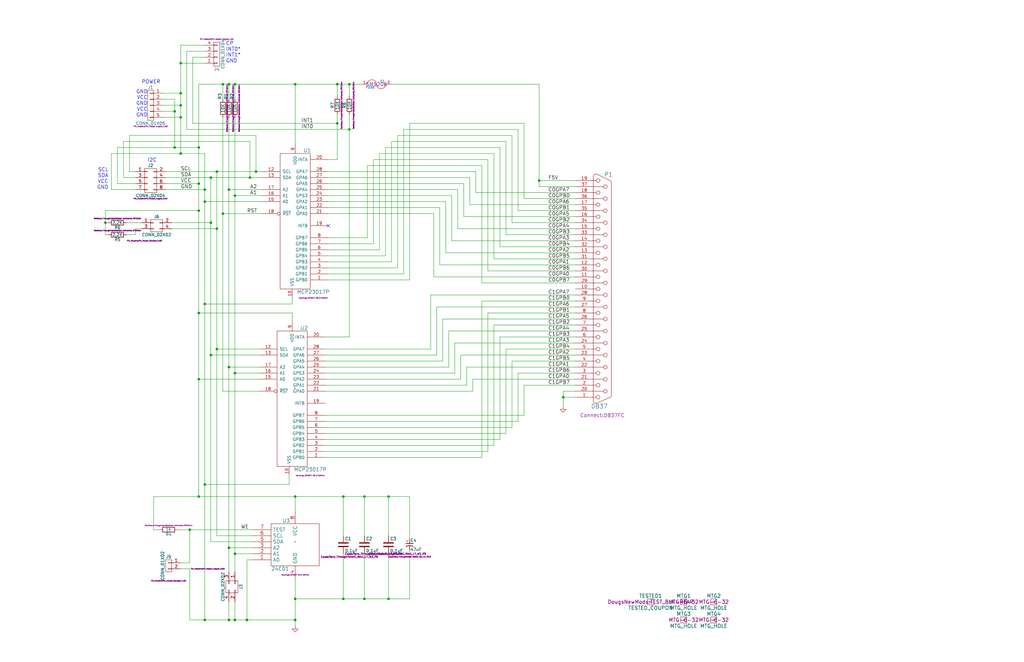
<source format=kicad_sch>
(kicad_sch (version 20211123) (generator eeschema)
  (paper "B")
  (title_block (title "16-CHANNEL DIGITAL I/O") (date "Thursday, May 14, 2015") (rev "X3") (company "land-boards.com"))
  (lib_symbols
    (symbol "Device:C" (pin_numbers hide) (pin_names (offset 0.254))
      (property "Reference" "C" (at 0.635 2.54 0))
      (property "Value" "C" (at 0.635 -2.54 0))
      (symbol "C_0_1"
        (polyline (pts (xy -2.032 -0.762) (xy 2.032 -0.762)) (stroke (width 0.508)))
        (polyline (pts (xy -2.032 0.762) (xy 2.032 0.762)) (stroke (width 0.508)))
      )
      (symbol "C_1_1"
        (pin passive line (at 0 3.81 270) (length 2.794) (name "~") (number "1"))
        (pin passive line (at 0 -3.81 90) (length 2.794) (name "~") (number "2"))
      )
    )
    (symbol "Device:CP1_Small" (pin_numbers hide) (pin_names (offset 0.254) hide)
      (property "Reference" "C" (at 0.254 1.778 0))
      (property "Value" "Device_CP1_Small" (at 0.254 -2.032 0))
      (symbol "CP1_Small_0_1"
        (polyline (pts (xy -1.524 0.508) (xy 1.524 0.508)) (stroke (width 0.3048)))
        (polyline (pts (xy -1.27 1.524) (xy -0.762 1.524)))
        (polyline (pts (xy -1.016 1.27) (xy -1.016 1.778)))
        (arc (start 1.524 -0.762) (mid 0 -0.3734) (end -1.524 -0.762) (stroke (width 0.3048)))
      )
      (symbol "CP1_Small_1_1"
        (pin passive line (at 0 2.54 270) (length 2.032) (name "~") (number "1"))
        (pin passive line (at 0 -2.54 90) (length 2.032) (name "~") (number "2"))
      )
    )
    (symbol "Device:R" (pin_numbers hide) (pin_names (offset 0))
      (property "Reference" "R" (at 2.032 0 90))
      (property "Value" "R" (at 0 0 90))
      (symbol "R_0_1"
        (rectangle (start -1.016 -2.54) (end 1.016 2.54) (stroke (width 0.254)))
      )
      (symbol "R_1_1"
        (pin passive line (at 0 3.81 270) (length 1.27) (name "~") (number "1"))
        (pin passive line (at 0 -3.81 90) (length 1.27) (name "~") (number "2"))
      )
    )
    (symbol "DigIO32-I2C-rescue:24C01" (pin_names (offset 0.762))
      (property "Reference" "U" (at 3.81 8.89 0))
      (property "Value" "24C01" (at 6.35 -11.43 0))
      (symbol "24C01_0_0"
        (pin power_in line (at 0 -15.24 90) (length 5.08) (name "GND") (number "4"))
        (pin power_in line (at 0 12.7 270) (length 5.08) (name "VCC") (number "8"))
      )
      (symbol "24C01_1_1"
        (rectangle (start -10.16 -10.16) (end 10.16 7.62))
        (pin input line (at 17.78 -7.62 180) (length 7.62) (name "A0") (number "1"))
        (pin input line (at 17.78 -5.08 180) (length 7.62) (name "A1") (number "2"))
        (pin input line (at 17.78 -2.54 180) (length 7.62) (name "A2") (number "3"))
        (pin bidirectional line (at 17.78 0 180) (length 7.62) (name "SDA") (number "5"))
        (pin input line (at 17.78 2.54 180) (length 7.62) (name "SCL") (number "6"))
        (pin input line (at 17.78 5.08 180) (length 7.62) (name "TEST") (number "7"))
      )
    )
    (symbol "DigIO32-I2C-rescue:CONN_01X02-conn" (pin_names (offset 1.016) hide)
      (property "Reference" "P" (at 0 3.81 0))
      (property "Value" "CONN_01X02-conn" (at 2.54 0 90))
      (symbol "CONN_01X02-conn_0_1"
        (rectangle (start -1.27 -1.143) (end 0.254 -1.397))
        (rectangle (start -1.27 1.397) (end 0.254 1.143))
        (rectangle (start -1.27 2.54) (end 1.27 -2.54))
      )
      (symbol "CONN_01X02-conn_1_1"
        (pin passive line (at -5.08 1.27 0) (length 3.81) (name "P1") (number "1"))
        (pin passive line (at -5.08 -1.27 0) (length 3.81) (name "P2") (number "2"))
      )
    )
    (symbol "DigIO32-I2C-rescue:CONN_01X04-conn" (pin_names (offset 1.016) hide)
      (property "Reference" "P" (at 0 6.35 0))
      (property "Value" "CONN_01X04-conn" (at 2.54 0 90))
      (symbol "CONN_01X04-conn_0_1"
        (rectangle (start -1.27 -3.683) (end 0.254 -3.937))
        (rectangle (start -1.27 -1.143) (end 0.254 -1.397))
        (rectangle (start -1.27 1.397) (end 0.254 1.143))
        (rectangle (start -1.27 3.937) (end 0.254 3.683))
        (rectangle (start -1.27 5.08) (end 1.27 -5.08))
      )
      (symbol "CONN_01X04-conn_1_1"
        (pin passive line (at -5.08 3.81 0) (length 3.81) (name "P1") (number "1"))
        (pin passive line (at -5.08 1.27 0) (length 3.81) (name "P2") (number "2"))
        (pin passive line (at -5.08 -1.27 0) (length 3.81) (name "P3") (number "3"))
        (pin passive line (at -5.08 -3.81 0) (length 3.81) (name "P4") (number "4"))
      )
    )
    (symbol "DigIO32-I2C-rescue:CONN_01X05-conn" (pin_names (offset 1.016) hide)
      (property "Reference" "P" (at 0 7.62 0))
      (property "Value" "CONN_01X05-conn" (at 2.54 0 90))
      (symbol "CONN_01X05-conn_0_1"
        (rectangle (start -1.27 -4.953) (end 0.254 -5.207))
        (rectangle (start -1.27 -2.413) (end 0.254 -2.667))
        (rectangle (start -1.27 0.127) (end 0.254 -0.127))
        (rectangle (start -1.27 2.667) (end 0.254 2.413))
        (rectangle (start -1.27 5.207) (end 0.254 4.953))
        (rectangle (start -1.27 6.35) (end 1.27 -6.35))
      )
      (symbol "CONN_01X05-conn_1_1"
        (pin passive line (at -5.08 5.08 0) (length 3.81) (name "P1") (number "1"))
        (pin passive line (at -5.08 2.54 0) (length 3.81) (name "P2") (number "2"))
        (pin passive line (at -5.08 0 0) (length 3.81) (name "P3") (number "3"))
        (pin passive line (at -5.08 -2.54 0) (length 3.81) (name "P4") (number "4"))
        (pin passive line (at -5.08 -5.08 0) (length 3.81) (name "P5") (number "5"))
      )
    )
    (symbol "DigIO32-I2C-rescue:CONN_02X02-conn" (pin_names (offset 0.0254) hide)
      (property "Reference" "P" (at 0 3.81 0))
      (property "Value" "CONN_02X02-conn" (at 0 -3.81 0))
      (symbol "CONN_02X02-conn_0_1"
        (rectangle (start -2.54 -1.143) (end -1.27 -1.397))
        (rectangle (start -2.54 1.397) (end -1.27 1.143))
        (rectangle (start -2.54 2.54) (end 2.54 -2.54))
        (rectangle (start 1.27 -1.143) (end 2.54 -1.397))
        (rectangle (start 1.27 1.397) (end 2.54 1.143))
      )
      (symbol "CONN_02X02-conn_1_1"
        (pin passive line (at -6.35 1.27 0) (length 3.81) (name "P1") (number "1"))
        (pin passive line (at 6.35 1.27 180) (length 3.81) (name "P2") (number "2"))
        (pin passive line (at -6.35 -1.27 0) (length 3.81) (name "P3") (number "3"))
        (pin passive line (at 6.35 -1.27 180) (length 3.81) (name "P4") (number "4"))
      )
    )
    (symbol "DigIO32-I2C-rescue:CONN_02X04-conn" (pin_names (offset 0.0254) hide)
      (property "Reference" "P" (at 0 6.35 0))
      (property "Value" "CONN_02X04-conn" (at 0 -6.35 0))
      (symbol "CONN_02X04-conn_0_1"
        (rectangle (start -2.54 -3.683) (end -1.27 -3.937))
        (rectangle (start -2.54 -1.143) (end -1.27 -1.397))
        (rectangle (start -2.54 1.397) (end -1.27 1.143))
        (rectangle (start -2.54 3.937) (end -1.27 3.683))
        (rectangle (start -2.54 5.08) (end 2.54 -5.08))
        (rectangle (start 1.27 -3.683) (end 2.54 -3.937))
        (rectangle (start 1.27 -1.143) (end 2.54 -1.397))
        (rectangle (start 1.27 1.397) (end 2.54 1.143))
        (rectangle (start 1.27 3.937) (end 2.54 3.683))
      )
      (symbol "CONN_02X04-conn_1_1"
        (pin passive line (at -6.35 3.81 0) (length 3.81) (name "P1") (number "1"))
        (pin passive line (at 6.35 3.81 180) (length 3.81) (name "P2") (number "2"))
        (pin passive line (at -6.35 1.27 0) (length 3.81) (name "P3") (number "3"))
        (pin passive line (at 6.35 1.27 180) (length 3.81) (name "P4") (number "4"))
        (pin passive line (at -6.35 -1.27 0) (length 3.81) (name "P5") (number "5"))
        (pin passive line (at 6.35 -1.27 180) (length 3.81) (name "P6") (number "6"))
        (pin passive line (at -6.35 -3.81 0) (length 3.81) (name "P7") (number "7"))
        (pin passive line (at 6.35 -3.81 180) (length 3.81) (name "P8") (number "8"))
      )
    )
    (symbol "DigIO32-I2C-rescue:DB37-conn" (pin_names (offset 1.016) hide)
      (property "Reference" "J" (at 2.54 48.26 0))
      (property "Value" "DB37-conn" (at -1.27 -49.53 0))
      (symbol "DB37-conn_0_1"
        (arc (start -3.81 -47.244) (mid -3.3824 -48.0053) (end -2.54 -48.2346))
        (arc (start -2.54 48.514) (mid -3.3939 48.2797) (end -3.81 47.498))
        (circle (center -1.778 -45.72) (radius 0.762))
        (circle (center -1.778 -40.64) (radius 0.762))
        (circle (center -1.778 -35.56) (radius 0.762))
        (circle (center -1.778 -30.48) (radius 0.762))
        (circle (center -1.778 -25.4) (radius 0.762))
        (circle (center -1.778 -20.32) (radius 0.762))
        (circle (center -1.778 -15.24) (radius 0.762))
        (circle (center -1.778 -10.16) (radius 0.762))
        (circle (center -1.778 -5.08) (radius 0.762))
        (circle (center -1.778 0) (radius 0.762))
        (circle (center -1.778 5.08) (radius 0.762))
        (circle (center -1.778 10.16) (radius 0.762))
        (circle (center -1.778 15.24) (radius 0.762))
        (circle (center -1.778 20.32) (radius 0.762))
        (circle (center -1.778 25.4) (radius 0.762))
        (circle (center -1.778 30.48) (radius 0.762))
        (circle (center -1.778 35.56) (radius 0.762))
        (circle (center -1.778 40.64) (radius 0.762))
        (circle (center -1.778 45.72) (radius 0.762))
        (polyline (pts (xy -3.81 -45.72) (xy -2.54 -45.72)))
        (polyline (pts (xy -3.81 -43.18) (xy 0.508 -43.18)))
        (polyline (pts (xy -3.81 -40.64) (xy -2.54 -40.64)))
        (polyline (pts (xy -3.81 -38.1) (xy 0.508 -38.1)))
        (polyline (pts (xy -3.81 -35.56) (xy -2.54 -35.56)))
        (polyline (pts (xy -3.81 -33.02) (xy 0.508 -33.02)))
        (polyline (pts (xy -3.81 -30.48) (xy -2.54 -30.48)))
        (polyline (pts (xy -3.81 -27.94) (xy 0.508 -27.94)))
        (polyline (pts (xy -3.81 -25.4) (xy -2.54 -25.4)))
        (polyline (pts (xy -3.81 -22.86) (xy 0.508 -22.86)))
        (polyline (pts (xy -3.81 -20.32) (xy -2.54 -20.32)))
        (polyline (pts (xy -3.81 -17.78) (xy 0.508 -17.78)))
        (polyline (pts (xy -3.81 -15.24) (xy -2.54 -15.24)))
        (polyline (pts (xy -3.81 -12.7) (xy 0.508 -12.7)))
        (polyline (pts (xy -3.81 -10.16) (xy -2.54 -10.16)))
        (polyline (pts (xy -3.81 -7.62) (xy 0.508 -7.62)))
        (polyline (pts (xy -3.81 -5.08) (xy -2.54 -5.08)))
        (polyline (pts (xy -3.81 -2.54) (xy 0.508 -2.54)))
        (polyline (pts (xy -3.81 0) (xy -2.54 0)))
        (polyline (pts (xy -3.81 2.54) (xy 0.508 2.54)))
        (polyline (pts (xy -3.81 5.08) (xy -2.54 5.08)))
        (polyline (pts (xy -3.81 7.62) (xy 0.508 7.62)))
        (polyline (pts (xy -3.81 10.16) (xy -2.54 10.16)))
        (polyline (pts (xy -3.81 12.7) (xy 0.508 12.7)))
        (polyline (pts (xy -3.81 15.24) (xy -2.54 15.24)))
        (polyline (pts (xy -3.81 17.78) (xy 0.508 17.78)))
        (polyline (pts (xy -3.81 20.32) (xy -2.54 20.32)))
        (polyline (pts (xy -3.81 22.86) (xy 0.508 22.86)))
        (polyline (pts (xy -3.81 25.4) (xy -2.54 25.4)))
        (polyline (pts (xy -3.81 27.94) (xy 0.508 27.94)))
        (polyline (pts (xy -3.81 30.48) (xy -2.54 30.48)))
        (polyline (pts (xy -3.81 33.02) (xy 0.508 33.02)))
        (polyline (pts (xy -3.81 35.56) (xy -2.54 35.56)))
        (polyline (pts (xy -3.81 38.1) (xy 0.508 38.1)))
        (polyline (pts (xy -3.81 40.64) (xy -2.54 40.64)))
        (polyline (pts (xy -3.81 43.18) (xy 0.508 43.18)))
        (polyline (pts (xy -3.81 45.72) (xy -2.54 45.72)))
        (polyline (pts (xy -3.81 47.498) (xy -3.81 -47.2186)))
        (polyline (pts (xy -2.54 -48.26) (xy 3.302 -45.72)))
        (polyline (pts (xy -2.54 48.514) (xy 3.302 45.72)))
        (polyline (pts (xy 3.81 -44.958) (xy 3.81 44.958)))
        (circle (center 1.27 -43.18) (radius 0.762))
        (circle (center 1.27 -38.1) (radius 0.762))
        (circle (center 1.27 -33.02) (radius 0.762))
        (circle (center 1.27 -27.94) (radius 0.762))
        (circle (center 1.27 -22.86) (radius 0.762))
        (circle (center 1.27 -17.78) (radius 0.762))
        (circle (center 1.27 -12.7) (radius 0.762))
        (circle (center 1.27 -7.62) (radius 0.762))
        (circle (center 1.27 -2.54) (radius 0.762))
        (circle (center 1.27 2.54) (radius 0.762))
        (circle (center 1.27 7.62) (radius 0.762))
        (circle (center 1.27 12.7) (radius 0.762))
        (circle (center 1.27 17.78) (radius 0.762))
        (circle (center 1.27 22.86) (radius 0.762))
        (circle (center 1.27 27.94) (radius 0.762))
        (circle (center 1.27 33.02) (radius 0.762))
        (circle (center 1.27 38.1) (radius 0.762))
        (circle (center 1.27 43.18) (radius 0.762))
        (arc (start 3.302 -45.72) (mid 3.664 -45.411) (end 3.81 -44.958))
        (arc (start 3.7846 44.958) (mid 3.6544 45.3991) (end 3.302 45.6946))
      )
      (symbol "DB37-conn_1_1"
        (pin passive line (at -11.43 -45.72 0) (length 7.62) (name "1") (number "1"))
        (pin passive line (at -11.43 0 0) (length 7.62) (name "10") (number "10"))
        (pin passive line (at -11.43 5.08 0) (length 7.62) (name "11") (number "11"))
        (pin passive line (at -11.43 10.16 0) (length 7.62) (name "12") (number "12"))
        (pin passive line (at -11.43 15.24 0) (length 7.62) (name "13") (number "13"))
        (pin passive line (at -11.43 20.32 0) (length 7.62) (name "14") (number "14"))
        (pin passive line (at -11.43 25.4 0) (length 7.62) (name "15") (number "15"))
        (pin passive line (at -11.43 30.48 0) (length 7.62) (name "16") (number "16"))
        (pin passive line (at -11.43 35.56 0) (length 7.62) (name "17") (number "17"))
        (pin passive line (at -11.43 40.64 0) (length 7.62) (name "18") (number "18"))
        (pin passive line (at -11.43 45.72 0) (length 7.62) (name "19") (number "19"))
        (pin passive line (at -11.43 -40.64 0) (length 7.62) (name "2") (number "2"))
        (pin passive line (at -11.43 -43.18 0) (length 7.62) (name "20") (number "20"))
        (pin passive line (at -11.43 -38.1 0) (length 7.62) (name "21") (number "21"))
        (pin passive line (at -11.43 -33.02 0) (length 7.62) (name "22") (number "22"))
        (pin passive line (at -11.43 -27.94 0) (length 7.62) (name "23") (number "23"))
        (pin passive line (at -11.43 -22.86 0) (length 7.62) (name "24") (number "24"))
        (pin passive line (at -11.43 -17.78 0) (length 7.62) (name "25") (number "25"))
        (pin passive line (at -11.43 -12.7 0) (length 7.62) (name "26") (number "26"))
        (pin passive line (at -11.43 -7.62 0) (length 7.62) (name "27") (number "27"))
        (pin passive line (at -11.43 -2.54 0) (length 7.62) (name "28") (number "28"))
        (pin passive line (at -11.43 2.54 0) (length 7.62) (name "29") (number "29"))
        (pin passive line (at -11.43 -35.56 0) (length 7.62) (name "3") (number "3"))
        (pin passive line (at -11.43 7.62 0) (length 7.62) (name "30") (number "30"))
        (pin passive line (at -11.43 12.7 0) (length 7.62) (name "31") (number "31"))
        (pin passive line (at -11.43 17.78 0) (length 7.62) (name "32") (number "32"))
        (pin passive line (at -11.43 22.86 0) (length 7.62) (name "33") (number "33"))
        (pin passive line (at -11.43 27.94 0) (length 7.62) (name "34") (number "34"))
        (pin passive line (at -11.43 33.02 0) (length 7.62) (name "35") (number "35"))
        (pin passive line (at -11.43 38.1 0) (length 7.62) (name "36") (number "36"))
        (pin passive line (at -11.43 43.18 0) (length 7.62) (name "37") (number "37"))
        (pin passive line (at -11.43 -30.48 0) (length 7.62) (name "4") (number "4"))
        (pin passive line (at -11.43 -25.4 0) (length 7.62) (name "5") (number "5"))
        (pin passive line (at -11.43 -20.32 0) (length 7.62) (name "6") (number "6"))
        (pin passive line (at -11.43 -15.24 0) (length 7.62) (name "7") (number "7"))
        (pin passive line (at -11.43 -10.16 0) (length 7.62) (name "8") (number "8"))
        (pin passive line (at -11.43 -5.08 0) (length 7.62) (name "9") (number "9"))
      )
    )
    (symbol "DigIO32-I2C-rescue:FUSE" (pin_names (offset 0.254))
      (property "Reference" "F" (at 2.54 1.27 0))
      (property "Value" "FUSE" (at -2.54 -1.27 0))
      (symbol "FUSE_0_1"
        (arc (start 0 0) (mid -1.905 1.905) (end -3.81 0))
        (arc (start 0 0) (mid 1.905 -1.905) (end 3.81 0))
      )
      (symbol "FUSE_1_1"
        (pin input line (at -6.35 0 0) (length 2.54) (name "~") (number "1"))
        (pin input line (at 6.35 0 180) (length 2.54) (name "~") (number "2"))
      )
    )
    (symbol "DigIO32-I2C-rescue:MCP23017P" (pin_names (offset 1.016))
      (property "Reference" "U" (at 3.81 25.4 0))
      (property "Value" "MCP23017P" (at 6.35 -34.29 0))
      (symbol "MCP23017P_0_1"
        (rectangle (start -7.62 -33.02) (end 5.08 24.13))
      )
      (symbol "MCP23017P_1_1"
        (pin bidirectional line (at 12.7 -29.21 180) (length 7.62) (name "GPB0") (number "1"))
        (pin power_in line (at -2.54 -36.83 90) (length 3.81) (name "VSS") (number "10"))
        (pin input line (at -15.24 16.51 0) (length 7.62) (name "SCL") (number "12"))
        (pin input line (at -15.24 13.97 0) (length 7.62) (name "SDA") (number "13"))
        (pin input line (at -15.24 3.81 0) (length 7.62) (name "A0") (number "15"))
        (pin input line (at -15.24 6.35 0) (length 7.62) (name "A1") (number "16"))
        (pin input line (at -15.24 8.89 0) (length 7.62) (name "A2") (number "17"))
        (pin input inverted (at -15.24 -1.27 0) (length 7.62) (name "~{RST}") (number "18"))
        (pin output line (at 12.7 -6.35 180) (length 7.62) (name "INTB") (number "19"))
        (pin bidirectional line (at 12.7 -26.67 180) (length 7.62) (name "GPB1") (number "2"))
        (pin output line (at 12.7 21.59 180) (length 7.62) (name "INTA") (number "20"))
        (pin bidirectional line (at 12.7 -1.27 180) (length 7.62) (name "GPA0") (number "21"))
        (pin bidirectional line (at 12.7 1.27 180) (length 7.62) (name "GPA1") (number "22"))
        (pin bidirectional line (at 12.7 3.81 180) (length 7.62) (name "GPA2") (number "23"))
        (pin bidirectional line (at 12.7 6.35 180) (length 7.62) (name "GPS3") (number "24"))
        (pin bidirectional line (at 12.7 8.89 180) (length 7.62) (name "GPA4") (number "25"))
        (pin bidirectional line (at 12.7 11.43 180) (length 7.62) (name "GPA5") (number "26"))
        (pin bidirectional line (at 12.7 13.97 180) (length 7.62) (name "GPA6") (number "27"))
        (pin bidirectional line (at 12.7 16.51 180) (length 7.62) (name "GPA7") (number "28"))
        (pin bidirectional line (at 12.7 -24.13 180) (length 7.62) (name "GPB2") (number "3"))
        (pin bidirectional line (at 12.7 -21.59 180) (length 7.62) (name "GPB3") (number "4"))
        (pin bidirectional line (at 12.7 -19.05 180) (length 7.62) (name "GPB4") (number "5"))
        (pin bidirectional line (at 12.7 -16.51 180) (length 7.62) (name "GPB5") (number "6"))
        (pin bidirectional line (at 12.7 -13.97 180) (length 7.62) (name "GPB6") (number "7"))
        (pin bidirectional line (at 12.7 -11.43 180) (length 7.62) (name "GPB7") (number "8"))
        (pin power_in line (at -1.27 27.94 270) (length 3.81) (name "VDD") (number "9"))
      )
    )
    (symbol "DigIO32-I2C-rescue:MTG_HOLE" (pin_names (offset 1.016))
      (property "Reference" "MTG?" (at 0 2.54 0))
      (property "Value" "MTG_HOLE" (at 0 -2.54 0))
      (symbol "MTG_HOLE_0_1"
        (rectangle (start -1.27 -1.27) (end 1.27 -1.27))
        (rectangle (start -1.27 1.27) (end -1.27 -1.27))
        (rectangle (start 1.27 1.27) (end -1.27 1.27))
        (rectangle (start 1.27 1.27) (end 1.27 -1.27))
      )
    )
    (symbol "power:GND" (power) (pin_names (offset 0))
      (property "Value" "GND" (at 0 -3.81 0))
      (symbol "GND_0_1"
        (polyline (pts (xy 0 0) (xy 0 -1.27) (xy 1.27 -1.27) (xy 0 -2.54) (xy -1.27 -1.27) (xy 0 -1.27)))
      )
      (symbol "GND_1_1"
        (pin power_in line (at 0 0 270) (length 0) hide (name "GND") (number "1"))
      )
    )
  )
  (junction (at 91.44 96.52))
  (junction (at 237.49 167.64))
  (junction (at 83.82 88.9))
  (junction (at 99.06 157.48))
  (junction (at 76.2 49.53))
  (junction (at 153.67 252.73))
  (junction (at 96.52 231.14))
  (junction (at 91.44 72.39))
  (junction (at 99.06 35.56))
  (junction (at 83.82 62.23))
  (junction (at 88.9 93.98))
  (junction (at 104.14 261.62))
  (junction (at 96.52 261.62))
  (junction (at 86.36 261.62))
  (junction (at 147.32 35.56))
  (junction (at 88.9 149.86))
  (junction (at 96.52 154.94))
  (junction (at 96.52 35.56))
  (junction (at 44.45 93.98))
  (junction (at 83.82 77.47))
  (junction (at 88.9 74.93))
  (junction (at 83.82 132.08))
  (junction (at 144.78 209.55))
  (junction (at 124.46 252.73))
  (junction (at 124.46 209.55))
  (junction (at 124.46 261.62))
  (junction (at 142.24 35.56))
  (junction (at 99.06 82.55))
  (junction (at 99.06 233.68))
  (junction (at 227.33 76.2))
  (junction (at 153.67 209.55))
  (junction (at 80.01 223.52))
  (junction (at 73.66 62.23))
  (junction (at 91.44 147.32))
  (junction (at 96.52 80.01))
  (junction (at 76.2 26.67))
  (junction (at 124.46 35.56))
  (junction (at 93.98 90.17))
  (junction (at 147.32 54.61))
  (junction (at 144.78 252.73))
  (junction (at 83.82 160.02))
  (junction (at 105.41 74.93))
  (junction (at 86.36 204.47))
  (junction (at 76.2 64.77))
  (junction (at 99.06 261.62))
  (junction (at 76.2 44.45))
  (junction (at 163.83 252.73))
  (junction (at 86.36 80.01))
  (junction (at 93.98 35.56))
  (junction (at 142.24 52.07))
  (junction (at 86.36 128.27))
  (junction (at 76.2 39.37))
  (junction (at 163.83 209.55))
  (junction (at 83.82 209.55))
  (junction (at 86.36 85.09))
  (junction (at 73.66 46.99))
  (junction (at 107.95 72.39))
  (no_connect (at 138.43 95.25))
  (wire (pts (xy 76.2 44.45) (xy 76.2 49.53)))
  (wire (pts (xy 189.23 139.7) (xy 242.57 139.7)))
  (wire (pts (xy 242.57 167.64) (xy 237.49 167.64)))
  (wire (pts (xy 167.64 57.15) (xy 215.9 57.15)))
  (wire (pts (xy 124.46 209.55) (xy 124.46 215.9)))
  (wire (pts (xy 138.43 100.33) (xy 154.94 100.33)))
  (wire (pts (xy 76.2 64.77) (xy 86.36 64.77)))
  (wire (pts (xy 220.98 162.56) (xy 242.57 162.56)))
  (wire (pts (xy 86.36 19.05) (xy 76.2 19.05)))
  (wire (pts (xy 99.06 41.91) (xy 99.06 35.56)))
  (wire (pts (xy 172.72 52.07) (xy 220.98 52.07)))
  (wire (pts (xy 138.43 102.87) (xy 157.48 102.87)))
  (wire (pts (xy 167.64 113.03) (xy 167.64 57.15)))
  (wire (pts (xy 190.5 101.6) (xy 190.5 82.55)))
  (wire (pts (xy 49.53 62.23) (xy 73.66 62.23)))
  (wire (pts (xy 88.9 93.98) (xy 88.9 149.86)))
  (wire (pts (xy 105.41 59.69) (xy 105.41 74.93)))
  (wire (pts (xy 200.66 72.39) (xy 200.66 81.28)))
  (wire (pts (xy 138.43 105.41) (xy 160.02 105.41)))
  (wire (pts (xy 99.06 233.68) (xy 99.06 241.3)))
  (wire (pts (xy 203.2 119.38) (xy 242.57 119.38)))
  (wire (pts (xy 195.58 91.44) (xy 242.57 91.44)))
  (wire (pts (xy 124.46 209.55) (xy 144.78 209.55)))
  (wire (pts (xy 99.06 35.56) (xy 124.46 35.56)))
  (wire (pts (xy 210.82 142.24) (xy 242.57 142.24)))
  (wire (pts (xy 186.69 134.62) (xy 242.57 134.62)))
  (wire (pts (xy 69.85 72.39) (xy 91.44 72.39)))
  (wire (pts (xy 137.16 187.96) (xy 208.28 187.96)))
  (wire (pts (xy 78.74 54.61) (xy 147.32 54.61)))
  (wire (pts (xy 138.43 72.39) (xy 200.66 72.39)))
  (wire (pts (xy 76.2 39.37) (xy 76.2 44.45)))
  (wire (pts (xy 195.58 77.47) (xy 195.58 91.44)))
  (wire (pts (xy 73.66 62.23) (xy 83.82 62.23)))
  (wire (pts (xy 160.02 105.41) (xy 160.02 64.77)))
  (wire (pts (xy 187.96 85.09) (xy 138.43 85.09)))
  (wire (pts (xy 186.69 152.4) (xy 186.69 134.62)))
  (wire (pts (xy 147.32 35.56) (xy 147.32 40.64)))
  (wire (pts (xy 124.46 35.56) (xy 124.46 60.96)))
  (wire (pts (xy 45.72 93.98) (xy 44.45 93.98)))
  (wire (pts (xy 162.56 62.23) (xy 210.82 62.23)))
  (wire (pts (xy 57.15 96.52) (xy 57.15 99.06)))
  (wire (pts (xy 144.78 233.68) (xy 144.78 252.73)))
  (wire (pts (xy 218.44 54.61) (xy 218.44 88.9)))
  (wire (pts (xy 88.9 74.93) (xy 105.41 74.93)))
  (wire (pts (xy 93.98 49.53) (xy 93.98 90.17)))
  (wire (pts (xy 83.82 62.23) (xy 83.82 77.47)))
  (wire (pts (xy 203.2 127) (xy 242.57 127)))
  (wire (pts (xy 78.74 21.59) (xy 86.36 21.59)))
  (wire (pts (xy 172.72 252.73) (xy 172.72 232.41)))
  (wire (pts (xy 54.61 57.15) (xy 107.95 57.15)))
  (wire (pts (xy 83.82 88.9) (xy 83.82 132.08)))
  (wire (pts (xy 59.69 96.52) (xy 57.15 96.52)))
  (wire (pts (xy 68.58 44.45) (xy 76.2 44.45)))
  (wire (pts (xy 73.66 41.91) (xy 73.66 46.99)))
  (wire (pts (xy 138.43 80.01) (xy 193.04 80.01)))
  (wire (pts (xy 46.99 64.77) (xy 46.99 80.01)))
  (wire (pts (xy 215.9 93.98) (xy 242.57 93.98)))
  (wire (pts (xy 227.33 78.74) (xy 242.57 78.74)))
  (wire (pts (xy 83.82 209.55) (xy 124.46 209.55)))
  (wire (pts (xy 242.57 76.2) (xy 227.33 76.2)))
  (wire (pts (xy 52.07 59.69) (xy 105.41 59.69)))
  (wire (pts (xy 191.77 157.48) (xy 191.77 144.78)))
  (wire (pts (xy 137.16 154.94) (xy 189.23 154.94)))
  (wire (pts (xy 93.98 35.56) (xy 96.52 35.56)))
  (wire (pts (xy 220.98 175.26) (xy 220.98 162.56)))
  (wire (pts (xy 142.24 67.31) (xy 138.43 67.31)))
  (wire (pts (xy 81.28 24.13) (xy 86.36 24.13)))
  (wire (pts (xy 203.2 69.85) (xy 203.2 119.38)))
  (wire (pts (xy 218.44 157.48) (xy 242.57 157.48)))
  (wire (pts (xy 105.41 74.93) (xy 110.49 74.93)))
  (wire (pts (xy 86.36 26.67) (xy 76.2 26.67)))
  (wire (pts (xy 242.57 106.68) (xy 187.96 106.68)))
  (wire (pts (xy 160.02 64.77) (xy 208.28 64.77)))
  (wire (pts (xy 46.99 80.01) (xy 57.15 80.01)))
  (wire (pts (xy 109.22 149.86) (xy 88.9 149.86)))
  (wire (pts (xy 137.16 185.42) (xy 210.82 185.42)))
  (wire (pts (xy 137.16 152.4) (xy 186.69 152.4)))
  (wire (pts (xy 74.93 223.52) (xy 80.01 223.52)))
  (wire (pts (xy 57.15 99.06) (xy 53.34 99.06)))
  (wire (pts (xy 124.46 35.56) (xy 142.24 35.56)))
  (wire (pts (xy 147.32 142.24) (xy 137.16 142.24)))
  (wire (pts (xy 124.46 261.62) (xy 124.46 264.16)))
  (wire (pts (xy 44.45 99.06) (xy 45.72 99.06)))
  (wire (pts (xy 83.82 35.56) (xy 93.98 35.56)))
  (wire (pts (xy 93.98 41.91) (xy 93.98 35.56)))
  (wire (pts (xy 83.82 160.02) (xy 83.82 209.55)))
  (wire (pts (xy 104.14 236.22) (xy 104.14 261.62)))
  (wire (pts (xy 96.52 261.62) (xy 96.52 254)))
  (wire (pts (xy 107.95 57.15) (xy 107.95 72.39)))
  (wire (pts (xy 76.2 26.67) (xy 76.2 39.37)))
  (wire (pts (xy 194.31 160.02) (xy 194.31 149.86)))
  (wire (pts (xy 124.46 252.73) (xy 124.46 261.62)))
  (wire (pts (xy 237.49 167.64) (xy 237.49 171.45)))
  (wire (pts (xy 73.66 46.99) (xy 73.66 62.23)))
  (wire (pts (xy 99.06 82.55) (xy 99.06 157.48)))
  (wire (pts (xy 96.52 35.56) (xy 99.06 35.56)))
  (wire (pts (xy 81.28 52.07) (xy 81.28 24.13)))
  (wire (pts (xy 96.52 231.14) (xy 96.52 241.3)))
  (wire (pts (xy 99.06 261.62) (xy 104.14 261.62)))
  (wire (pts (xy 99.06 261.62) (xy 99.06 254)))
  (wire (pts (xy 96.52 154.94) (xy 96.52 231.14)))
  (wire (pts (xy 137.16 162.56) (xy 196.85 162.56)))
  (wire (pts (xy 96.52 41.91) (xy 96.52 35.56)))
  (wire (pts (xy 163.83 209.55) (xy 172.72 209.55)))
  (wire (pts (xy 190.5 82.55) (xy 138.43 82.55)))
  (wire (pts (xy 137.16 190.5) (xy 205.74 190.5)))
  (wire (pts (xy 123.19 128.27) (xy 86.36 128.27)))
  (wire (pts (xy 181.61 147.32) (xy 181.61 124.46)))
  (wire (pts (xy 165.1 35.56) (xy 227.33 35.56)))
  (wire (pts (xy 181.61 124.46) (xy 242.57 124.46)))
  (wire (pts (xy 138.43 118.11) (xy 172.72 118.11)))
  (wire (pts (xy 81.28 52.07) (xy 142.24 52.07)))
  (wire (pts (xy 138.43 87.63) (xy 185.42 87.63)))
  (wire (pts (xy 137.16 157.48) (xy 191.77 157.48)))
  (wire (pts (xy 220.98 52.07) (xy 220.98 83.82)))
  (wire (pts (xy 54.61 57.15) (xy 54.61 72.39)))
  (wire (pts (xy 208.28 137.16) (xy 242.57 137.16)))
  (wire (pts (xy 88.9 228.6) (xy 106.68 228.6)))
  (wire (pts (xy 172.72 209.55) (xy 172.72 227.33)))
  (wire (pts (xy 138.43 107.95) (xy 162.56 107.95)))
  (wire (pts (xy 83.82 77.47) (xy 83.82 88.9)))
  (wire (pts (xy 213.36 147.32) (xy 242.57 147.32)))
  (wire (pts (xy 185.42 111.76) (xy 242.57 111.76)))
  (wire (pts (xy 153.67 209.55) (xy 153.67 226.06)))
  (wire (pts (xy 64.77 209.55) (xy 83.82 209.55)))
  (wire (pts (xy 198.12 86.36) (xy 242.57 86.36)))
  (wire (pts (xy 99.06 157.48) (xy 99.06 233.68)))
  (wire (pts (xy 144.78 209.55) (xy 153.67 209.55)))
  (wire (pts (xy 69.85 74.93) (xy 88.9 74.93)))
  (wire (pts (xy 157.48 67.31) (xy 205.74 67.31)))
  (wire (pts (xy 86.36 64.77) (xy 86.36 80.01)))
  (wire (pts (xy 49.53 62.23) (xy 49.53 77.47)))
  (wire (pts (xy 153.67 252.73) (xy 163.83 252.73)))
  (wire (pts (xy 93.98 90.17) (xy 93.98 165.1)))
  (wire (pts (xy 80.01 240.03) (xy 80.01 261.62)))
  (wire (pts (xy 165.1 59.69) (xy 213.36 59.69)))
  (wire (pts (xy 138.43 110.49) (xy 165.1 110.49)))
  (wire (pts (xy 91.44 226.06) (xy 106.68 226.06)))
  (wire (pts (xy 91.44 72.39) (xy 107.95 72.39)))
  (wire (pts (xy 193.04 80.01) (xy 193.04 96.52)))
  (wire (pts (xy 142.24 35.56) (xy 147.32 35.56)))
  (wire (pts (xy 93.98 90.17) (xy 110.49 90.17)))
  (wire (pts (xy 49.53 77.47) (xy 57.15 77.47)))
  (wire (pts (xy 184.15 129.54) (xy 242.57 129.54)))
  (wire (pts (xy 215.9 152.4) (xy 242.57 152.4)))
  (wire (pts (xy 215.9 180.34) (xy 215.9 152.4)))
  (wire (pts (xy 184.15 149.86) (xy 184.15 129.54)))
  (wire (pts (xy 137.16 177.8) (xy 218.44 177.8)))
  (wire (pts (xy 72.39 96.52) (xy 91.44 96.52)))
  (wire (pts (xy 142.24 35.56) (xy 142.24 40.64)))
  (wire (pts (xy 52.07 59.69) (xy 52.07 74.93)))
  (wire (pts (xy 147.32 35.56) (xy 152.4 35.56)))
  (wire (pts (xy 86.36 80.01) (xy 86.36 85.09)))
  (wire (pts (xy 121.92 204.47) (xy 86.36 204.47)))
  (wire (pts (xy 205.74 190.5) (xy 205.74 132.08)))
  (wire (pts (xy 109.22 160.02) (xy 83.82 160.02)))
  (wire (pts (xy 200.66 81.28) (xy 242.57 81.28)))
  (wire (pts (xy 147.32 48.26) (xy 147.32 54.61)))
  (wire (pts (xy 220.98 83.82) (xy 242.57 83.82)))
  (wire (pts (xy 213.36 182.88) (xy 213.36 147.32)))
  (wire (pts (xy 99.06 49.53) (xy 99.06 82.55)))
  (wire (pts (xy 96.52 261.62) (xy 99.06 261.62)))
  (wire (pts (xy 199.39 160.02) (xy 242.57 160.02)))
  (wire (pts (xy 80.01 223.52) (xy 80.01 237.49)))
  (wire (pts (xy 147.32 54.61) (xy 147.32 142.24)))
  (wire (pts (xy 83.82 132.08) (xy 83.82 160.02)))
  (wire (pts (xy 162.56 107.95) (xy 162.56 62.23)))
  (wire (pts (xy 137.16 175.26) (xy 220.98 175.26)))
  (wire (pts (xy 142.24 48.26) (xy 142.24 52.07)))
  (wire (pts (xy 106.68 231.14) (xy 96.52 231.14)))
  (wire (pts (xy 123.19 132.08) (xy 83.82 132.08)))
  (wire (pts (xy 91.44 72.39) (xy 91.44 96.52)))
  (wire (pts (xy 123.19 125.73) (xy 123.19 128.27)))
  (wire (pts (xy 44.45 88.9) (xy 83.82 88.9)))
  (wire (pts (xy 213.36 59.69) (xy 213.36 99.06)))
  (wire (pts (xy 91.44 96.52) (xy 91.44 147.32)))
  (wire (pts (xy 153.67 209.55) (xy 163.83 209.55)))
  (wire (pts (xy 124.46 243.84) (xy 124.46 252.73)))
  (wire (pts (xy 109.22 147.32) (xy 91.44 147.32)))
  (wire (pts (xy 170.18 54.61) (xy 218.44 54.61)))
  (wire (pts (xy 76.2 49.53) (xy 76.2 64.77)))
  (wire (pts (xy 137.16 165.1) (xy 199.39 165.1)))
  (wire (pts (xy 109.22 154.94) (xy 96.52 154.94)))
  (wire (pts (xy 67.31 223.52) (xy 64.77 223.52)))
  (wire (pts (xy 185.42 87.63) (xy 185.42 111.76)))
  (wire (pts (xy 54.61 72.39) (xy 57.15 72.39)))
  (wire (pts (xy 208.28 64.77) (xy 208.28 109.22)))
  (wire (pts (xy 88.9 149.86) (xy 88.9 228.6)))
  (wire (pts (xy 196.85 154.94) (xy 242.57 154.94)))
  (wire (pts (xy 124.46 252.73) (xy 144.78 252.73)))
  (wire (pts (xy 91.44 147.32) (xy 91.44 226.06)))
  (wire (pts (xy 182.88 116.84) (xy 242.57 116.84)))
  (wire (pts (xy 86.36 261.62) (xy 96.52 261.62)))
  (wire (pts (xy 154.94 69.85) (xy 203.2 69.85)))
  (wire (pts (xy 227.33 35.56) (xy 227.33 76.2)))
  (wire (pts (xy 237.49 165.1) (xy 237.49 167.64)))
  (wire (pts (xy 68.58 46.99) (xy 73.66 46.99)))
  (wire (pts (xy 154.94 100.33) (xy 154.94 69.85)))
  (wire (pts (xy 99.06 82.55) (xy 110.49 82.55)))
  (wire (pts (xy 53.34 93.98) (xy 59.69 93.98)))
  (wire (pts (xy 191.77 144.78) (xy 242.57 144.78)))
  (wire (pts (xy 80.01 237.49) (xy 76.2 237.49)))
  (wire (pts (xy 88.9 74.93) (xy 88.9 93.98)))
  (wire (pts (xy 76.2 240.03) (xy 80.01 240.03)))
  (wire (pts (xy 96.52 80.01) (xy 96.52 154.94)))
  (wire (pts (xy 110.49 85.09) (xy 86.36 85.09)))
  (wire (pts (xy 138.43 115.57) (xy 170.18 115.57)))
  (wire (pts (xy 138.43 90.17) (xy 182.88 90.17)))
  (wire (pts (xy 170.18 115.57) (xy 170.18 54.61)))
  (wire (pts (xy 144.78 252.73) (xy 153.67 252.73)))
  (wire (pts (xy 86.36 85.09) (xy 86.36 128.27)))
  (wire (pts (xy 242.57 165.1) (xy 237.49 165.1)))
  (wire (pts (xy 93.98 165.1) (xy 109.22 165.1)))
  (wire (pts (xy 76.2 19.05) (xy 76.2 26.67)))
  (wire (pts (xy 208.28 109.22) (xy 242.57 109.22)))
  (wire (pts (xy 44.45 88.9) (xy 44.45 93.98)))
  (wire (pts (xy 109.22 157.48) (xy 99.06 157.48)))
  (wire (pts (xy 227.33 76.2) (xy 227.33 78.74)))
  (wire (pts (xy 137.16 193.04) (xy 203.2 193.04)))
  (wire (pts (xy 72.39 93.98) (xy 88.9 93.98)))
  (wire (pts (xy 142.24 52.07) (xy 142.24 67.31)))
  (wire (pts (xy 104.14 261.62) (xy 124.46 261.62)))
  (wire (pts (xy 208.28 187.96) (xy 208.28 137.16)))
  (wire (pts (xy 46.99 64.77) (xy 76.2 64.77)))
  (wire (pts (xy 210.82 104.14) (xy 242.57 104.14)))
  (wire (pts (xy 205.74 114.3) (xy 242.57 114.3)))
  (wire (pts (xy 68.58 39.37) (xy 76.2 39.37)))
  (wire (pts (xy 80.01 261.62) (xy 86.36 261.62)))
  (wire (pts (xy 137.16 149.86) (xy 184.15 149.86)))
  (wire (pts (xy 96.52 49.53) (xy 96.52 80.01)))
  (wire (pts (xy 107.95 72.39) (xy 110.49 72.39)))
  (wire (pts (xy 196.85 162.56) (xy 196.85 154.94)))
  (wire (pts (xy 83.82 35.56) (xy 83.82 62.23)))
  (wire (pts (xy 215.9 57.15) (xy 215.9 93.98)))
  (wire (pts (xy 86.36 128.27) (xy 86.36 204.47)))
  (wire (pts (xy 121.92 200.66) (xy 121.92 204.47)))
  (wire (pts (xy 44.45 93.98) (xy 44.45 99.06)))
  (wire (pts (xy 52.07 74.93) (xy 57.15 74.93)))
  (wire (pts (xy 157.48 102.87) (xy 157.48 67.31)))
  (wire (pts (xy 83.82 77.47) (xy 69.85 77.47)))
  (wire (pts (xy 165.1 110.49) (xy 165.1 59.69)))
  (wire (pts (xy 138.43 113.03) (xy 167.64 113.03)))
  (wire (pts (xy 110.49 80.01) (xy 96.52 80.01)))
  (wire (pts (xy 138.43 74.93) (xy 198.12 74.93)))
  (wire (pts (xy 198.12 74.93) (xy 198.12 86.36)))
  (wire (pts (xy 187.96 106.68) (xy 187.96 85.09)))
  (wire (pts (xy 106.68 236.22) (xy 104.14 236.22)))
  (wire (pts (xy 153.67 252.73) (xy 153.67 233.68)))
  (wire (pts (xy 194.31 149.86) (xy 242.57 149.86)))
  (wire (pts (xy 163.83 252.73) (xy 163.83 233.68)))
  (wire (pts (xy 69.85 80.01) (xy 86.36 80.01)))
  (wire (pts (xy 138.43 77.47) (xy 195.58 77.47)))
  (wire (pts (xy 205.74 67.31) (xy 205.74 114.3)))
  (wire (pts (xy 199.39 165.1) (xy 199.39 160.02)))
  (wire (pts (xy 210.82 185.42) (xy 210.82 142.24)))
  (wire (pts (xy 68.58 41.91) (xy 73.66 41.91)))
  (wire (pts (xy 144.78 209.55) (xy 144.78 226.06)))
  (wire (pts (xy 137.16 147.32) (xy 181.61 147.32)))
  (wire (pts (xy 76.2 49.53) (xy 68.58 49.53)))
  (wire (pts (xy 106.68 233.68) (xy 99.06 233.68)))
  (wire (pts (xy 64.77 223.52) (xy 64.77 209.55)))
  (wire (pts (xy 193.04 96.52) (xy 242.57 96.52)))
  (wire (pts (xy 86.36 204.47) (xy 86.36 261.62)))
  (wire (pts (xy 218.44 177.8) (xy 218.44 157.48)))
  (wire (pts (xy 80.01 223.52) (xy 106.68 223.52)))
  (wire (pts (xy 172.72 118.11) (xy 172.72 52.07)))
  (wire (pts (xy 242.57 101.6) (xy 190.5 101.6)))
  (wire (pts (xy 182.88 90.17) (xy 182.88 116.84)))
  (wire (pts (xy 218.44 88.9) (xy 242.57 88.9)))
  (wire (pts (xy 78.74 54.61) (xy 78.74 21.59)))
  (wire (pts (xy 213.36 99.06) (xy 242.57 99.06)))
  (wire (pts (xy 123.19 135.89) (xy 123.19 132.08)))
  (wire (pts (xy 137.16 160.02) (xy 194.31 160.02)))
  (wire (pts (xy 137.16 182.88) (xy 213.36 182.88)))
  (wire (pts (xy 163.83 209.55) (xy 163.83 226.06)))
  (wire (pts (xy 203.2 193.04) (xy 203.2 127)))
  (wire (pts (xy 189.23 154.94) (xy 189.23 139.7)))
  (wire (pts (xy 205.74 132.08) (xy 242.57 132.08)))
  (wire (pts (xy 163.83 252.73) (xy 172.72 252.73)))
  (wire (pts (xy 137.16 180.34) (xy 215.9 180.34)))
  (wire (pts (xy 210.82 62.23) (xy 210.82 104.14)))
  (text "GND\nVCC\nGND\nVCC\nGND" (at 62.23 49.53 180) (effects (font (size 1.524 1.524)) (justify right bottom)))
  (text "POWER" (at 59.69 35.56 0) (effects (font (size 1.524 1.524)) (justify left bottom)))
  (text "SCL\nSDA\nVCC\nGND" (at 45.72 80.01 180) (effects (font (size 1.524 1.524)) (justify right bottom)))
  (text "I2C" (at 62.23 68.58 0) (effects (font (size 1.524 1.524)) (justify left bottom)))
  (text "CP\nINT0*\nINT1*\nGND" (at 95.25 26.67 0) (effects (font (size 1.524 1.524)) (justify left bottom)))
  (label "C0GPB7" (at 231.14 119.38 0) (effects (font (size 1.524 1.524))))
  (label "INT1" (at 127 52.07 0) (effects (font (size 1.524 1.524))))
  (label "C1GPA5" (at 231.14 134.62 0) (effects (font (size 1.524 1.524))))
  (label "C1GPA0" (at 231.14 160.02 0) (effects (font (size 1.524 1.524))))
  (label "C0GPA3" (at 231.14 101.6 0) (effects (font (size 1.524 1.524))))
  (label "C0GPA5" (at 231.14 91.44 0) (effects (font (size 1.524 1.524))))
  (label "C1GPA2" (at 231.14 149.86 0) (effects (font (size 1.524 1.524))))
  (label "C1GPB6" (at 231.14 157.48 0) (effects (font (size 1.524 1.524))))
  (label "C0GPA7" (at 231.14 81.28 0) (effects (font (size 1.524 1.524))))
  (label "WE" (at 101.6 223.52 0) (effects (font (size 1.524 1.524))))
  (label "C1GPA6" (at 231.14 129.54 0) (effects (font (size 1.524 1.524))))
  (label "C0GPB2" (at 231.14 93.98 0) (effects (font (size 1.524 1.524))))
  (label "C0GPB1" (at 231.14 88.9 0) (effects (font (size 1.524 1.524))))
  (label "F5V" (at 231.14 76.2 0) (effects (font (size 1.524 1.524))))
  (label "RST" (at 104.14 90.17 0) (effects (font (size 1.524 1.524))))
  (label "VCC" (at 76.2 77.47 0) (effects (font (size 1.524 1.524))))
  (label "A1" (at 105.41 82.55 0) (effects (font (size 1.524 1.524))))
  (label "C0GPA0" (at 231.14 116.84 0) (effects (font (size 1.524 1.524))))
  (label "C1GPB0" (at 231.14 127 0) (effects (font (size 1.524 1.524))))
  (label "C0GPB4" (at 231.14 104.14 0) (effects (font (size 1.524 1.524))))
  (label "C0GPB6" (at 231.14 114.3 0) (effects (font (size 1.524 1.524))))
  (label "C1GPA3" (at 231.14 144.78 0) (effects (font (size 1.524 1.524))))
  (label "C0GPA2" (at 231.14 106.68 0) (effects (font (size 1.524 1.524))))
  (label "INT0" (at 127 54.61 0) (effects (font (size 1.524 1.524))))
  (label "C1GPA7" (at 231.14 124.46 0) (effects (font (size 1.524 1.524))))
  (label "SCL" (at 76.2 72.39 0) (effects (font (size 1.524 1.524))))
  (label "C1GPB7" (at 231.14 162.56 0) (effects (font (size 1.524 1.524))))
  (label "C1GPB2" (at 231.14 137.16 0) (effects (font (size 1.524 1.524))))
  (label "C0GPA6" (at 231.14 86.36 0) (effects (font (size 1.524 1.524))))
  (label "SDA" (at 76.2 74.93 0) (effects (font (size 1.524 1.524))))
  (label "C1GPA4" (at 231.14 139.7 0) (effects (font (size 1.524 1.524))))
  (label "C1GPB1" (at 231.14 132.08 0) (effects (font (size 1.524 1.524))))
  (label "C1GPB3" (at 231.14 142.24 0) (effects (font (size 1.524 1.524))))
  (label "GND" (at 76.2 80.01 0) (effects (font (size 1.524 1.524))))
  (label "C1GPA1" (at 231.14 154.94 0) (effects (font (size 1.524 1.524))))
  (label "C0GPB0" (at 231.14 83.82 0) (effects (font (size 1.524 1.524))))
  (label "C1GPB5" (at 231.14 152.4 0) (effects (font (size 1.524 1.524))))
  (label "C1GPB4" (at 231.14 147.32 0) (effects (font (size 1.524 1.524))))
  (label "A2" (at 105.41 80.01 0) (effects (font (size 1.524 1.524))))
  (label "C0GPB3" (at 231.14 99.06 0) (effects (font (size 1.524 1.524))))
  (label "C0GPA1" (at 231.14 111.76 0) (effects (font (size 1.524 1.524))))
  (label "C0GPB5" (at 231.14 109.22 0) (effects (font (size 1.524 1.524))))
  (label "C0GPA4" (at 231.14 96.52 0) (effects (font (size 1.524 1.524))))
  (symbol (lib_id "DigIO32-I2C-rescue:MTG_HOLE") (at 300.99 261.62 0) (unit 1)
    (property "Reference" "MTG4" (at 300.99 259.08 0) (effects (font (size 1.524 1.524))))
    (property "Value" "MTG_HOLE" (at 300.99 264.16 0) (effects (font (size 1.524 1.524))))
    (property "Footprint" "MTG-6-32" (at 300.99 261.62 0) (effects (font (size 1.524 1.524))))
    (property "Datasheet" "~" (at 300.99 261.62 0) (effects (font (size 1.524 1.524))))
  )
  (symbol (lib_id "DigIO32-I2C-rescue:MTG_HOLE") (at 288.29 261.62 0) (unit 1)
    (property "Reference" "MTG3" (at 288.29 259.08 0) (effects (font (size 1.524 1.524))))
    (property "Value" "MTG_HOLE" (at 288.29 264.16 0) (effects (font (size 1.524 1.524))))
    (property "Footprint" "MTG-6-32" (at 288.29 261.62 0) (effects (font (size 1.524 1.524))))
    (property "Datasheet" "~" (at 288.29 261.62 0) (effects (font (size 1.524 1.524))))
  )
  (symbol (lib_id "DigIO32-I2C-rescue:MTG_HOLE") (at 300.99 254 0) (unit 1)
    (property "Reference" "MTG2" (at 300.99 251.46 0) (effects (font (size 1.524 1.524))))
    (property "Value" "MTG_HOLE" (at 300.99 256.54 0) (effects (font (size 1.524 1.524))))
    (property "Footprint" "MTG-6-32" (at 300.99 254 0) (effects (font (size 1.524 1.524))))
    (property "Datasheet" "~" (at 300.99 254 0) (effects (font (size 1.524 1.524))))
  )
  (symbol (lib_id "DigIO32-I2C-rescue:MTG_HOLE") (at 288.29 254 0) (unit 1)
    (property "Reference" "MTG1" (at 288.29 251.46 0) (effects (font (size 1.524 1.524))))
    (property "Value" "MTG_HOLE" (at 288.29 256.54 0) (effects (font (size 1.524 1.524))))
    (property "Footprint" "MTG-6-32" (at 288.29 254 0) (effects (font (size 1.524 1.524))))
    (property "Datasheet" "~" (at 288.29 254 0) (effects (font (size 1.524 1.524))))
  )
  (symbol (lib_id "power:GND") (at 124.46 264.16 0) (unit 1)
    (property "Reference" "#PWR01" (effects hide))
    (property "Value" "GND" (effects hide))
  )
  (symbol (lib_id "DigIO32-I2C-rescue:24C01") (at 124.46 228.6 0) (mirror y) (unit 1)
    (property "Reference" "U3" (at 120.65 219.71 0) (effects (font (size 1.524 1.524))))
    (property "Value" "24C01" (at 118.11 240.03 0) (effects (font (size 1.524 1.524))))
    (property "Footprint" "Housings_DIP:DIP-8_W7.62mm" (at 124.46 242.57 0) (effects (font (size 0.508 0.508))))
    (property "Datasheet" "~" (at 124.46 228.6 0) (effects (font (size 1.524 1.524))))
  )
  (symbol (lib_id "DigIO32-I2C-rescue:MCP23017P") (at 125.73 88.9 0) (unit 1)
    (property "Reference" "U1" (at 129.54 63.5 0) (effects (font (size 1.524 1.524))))
    (property "Value" "MCP23017P" (at 132.08 123.19 0) (effects (font (size 1.524 1.524))))
    (property "Footprint" "Housings_DIP:DIP-28_W7.62mm" (at 132.08 125.73 0) (effects (font (size 0.508 0.508))))
    (property "Datasheet" "~" (at 125.73 88.9 0) (effects (font (size 1.524 1.524))))
  )
  (symbol (lib_id "DigIO32-I2C-rescue:FUSE") (at 158.75 35.56 0) (unit 1)
    (property "Reference" "F1" (at 161.29 34.29 0) (effects (font (size 1.016 1.016))))
    (property "Value" "FUSE" (at 156.21 36.83 0) (effects (font (size 1.016 1.016))))
    (property "Footprint" "SM1206" (at 158.75 35.56 0) (effects (font (size 1.524 1.524))))
    (property "Datasheet" "~" (at 158.75 35.56 0) (effects (font (size 1.524 1.524))))
  )
  (symbol (lib_id "DigIO32-I2C-rescue:CONN_02X02-conn") (at 66.04 95.25 0) (unit 1)
    (property "Reference" "J6" (at 66.04 91.44 0))
    (property "Value" "CONN_02X02" (at 66.04 99.06 0))
    (property "Footprint" "Pin_Headers:Pin_Header_Straight_2x02" (at 60.96 101.6 0) (effects (font (size 0.508 0.508))))
  )
  (symbol (lib_id "Device:R") (at 49.53 93.98 270) (unit 1)
    (property "Reference" "R6" (at 49.53 96.012 90))
    (property "Value" "2.2K" (at 49.53 93.98 90))
    (property "Footprint" "Resistors_ThroughHole:Resistor_Horizontal_RM10mm" (at 49.53 92.202 90) (effects (font (size 0.508 0.508))))
  )
  (symbol (lib_id "Device:R") (at 49.53 99.06 270) (unit 1)
    (property "Reference" "R5" (at 49.53 101.092 90))
    (property "Value" "2.2K" (at 49.53 99.06 90))
    (property "Footprint" "Resistors_ThroughHole:Resistor_Horizontal_RM10mm" (at 49.53 97.282 90) (effects (font (size 0.508 0.508))))
  )
  (symbol (lib_id "Device:R") (at 142.24 44.45 180) (unit 1)
    (property "Reference" "R7" (at 140.208 44.45 90))
    (property "Value" "10K" (at 142.24 44.45 90))
    (property "Footprint" "Resistors_ThroughHole:Resistor_Horizontal_RM10mm" (at 144.018 44.45 90) (effects (font (size 0.508 0.508))))
  )
  (symbol (lib_id "Device:R") (at 99.06 45.72 180) (unit 1)
    (property "Reference" "R2" (at 97.79 40.64 90))
    (property "Value" "10K" (at 99.06 45.72 90))
    (property "Footprint" "Resistors_ThroughHole:Resistor_Horizontal_RM10mm" (at 100.838 45.72 90) (effects (font (size 0.508 0.508))))
  )
  (symbol (lib_id "Device:R") (at 96.52 45.72 180) (unit 1)
    (property "Reference" "R1" (at 95.25 40.64 90))
    (property "Value" "10K" (at 96.52 45.72 90))
    (property "Footprint" "Resistors_ThroughHole:Resistor_Horizontal_RM10mm" (at 98.298 45.72 90) (effects (font (size 0.508 0.508))))
  )
  (symbol (lib_id "Device:R") (at 93.98 45.72 180) (unit 1)
    (property "Reference" "R3" (at 92.71 40.64 90))
    (property "Value" "10K" (at 93.98 45.72 90))
    (property "Footprint" "Resistors_ThroughHole:Resistor_Horizontal_RM10mm" (at 95.758 45.72 90) (effects (font (size 0.508 0.508))))
  )
  (symbol (lib_id "Device:R") (at 71.12 223.52 270) (unit 1)
    (property "Reference" "R4" (at 71.12 225.552 90))
    (property "Value" "1K" (at 71.12 223.52 90))
    (property "Footprint" "Resistors_ThroughHole:Resistor_Horizontal_RM10mm" (at 71.12 221.742 90) (effects (font (size 0.508 0.508))))
  )
  (symbol (lib_id "DigIO32-I2C-rescue:CONN_01X02-conn") (at 71.12 238.76 0) (mirror y) (unit 1)
    (property "Reference" "J5" (at 71.12 234.95 0))
    (property "Value" "CONN_01X02" (at 68.58 238.76 90))
    (property "Footprint" "Pin_Headers:Pin_Header_Straight_1x02" (at 71.12 245.11 0) (effects (font (size 0.508 0.508))))
  )
  (symbol (lib_id "Device:C") (at 144.78 229.87 0) (unit 1)
    (property "Reference" "C1" (at 145.415 227.33 0) (effects (justify left)))
    (property "Value" "0.1uF" (at 145.415 232.41 0) (effects (justify left)))
    (property "Footprint" "Capacitors_ThroughHole:C_Rect_L7_W2_P5" (at 147.32 234.95 0) (effects (font (size 0.762 0.762))))
  )
  (symbol (lib_id "Device:C") (at 153.67 229.87 0) (unit 1)
    (property "Reference" "C2" (at 154.305 227.33 0) (effects (justify left)))
    (property "Value" "0.1uF" (at 154.305 232.41 0) (effects (justify left)))
    (property "Footprint" "Capacitors_ThroughHole:C_Rect_L7_W2_P5" (at 157.48 233.68 0) (effects (font (size 0.762 0.762))))
  )
  (symbol (lib_id "DigIO32-I2C-rescue:MCP23017P") (at 124.46 163.83 0) (unit 1)
    (property "Reference" "U2" (at 128.27 138.43 0) (effects (font (size 1.524 1.524))))
    (property "Value" "MCP23017P" (at 130.81 198.12 0) (effects (font (size 1.524 1.524))))
    (property "Footprint" "Housings_DIP:DIP-28_W7.62mm" (at 130.81 200.66 0) (effects (font (size 0.508 0.508))))
    (property "Datasheet" "~" (at 124.46 163.83 0) (effects (font (size 1.524 1.524))))
  )
  (symbol (lib_id "DigIO32-I2C-rescue:DB37-conn") (at 254 121.92 0) (unit 1)
    (property "Reference" "P1" (at 256.54 73.66 0) (effects (font (size 1.778 1.778))))
    (property "Value" "DB37" (at 252.73 171.45 0) (effects (font (size 1.778 1.778))))
    (property "Footprint" "Connect:DB37FC" (at 254 175.26 0) (effects (font (size 1.524 1.524))))
  )
  (symbol (lib_id "power:GND") (at 237.49 171.45 0) (unit 1)
    (property "Reference" "#PWR02" (effects hide))
    (property "Value" "GND" (effects hide))
  )
  (symbol (lib_id "DigIO32-I2C-rescue:CONN_02X02-conn") (at 97.79 247.65 270) (unit 1)
    (property "Reference" "J3" (at 101.6 247.65 0))
    (property "Value" "CONN_02X02" (at 93.98 247.65 0))
    (property "Footprint" "Pin_Headers:Pin_Header_Angled_2x02" (at 87.63 240.03 90) (effects (font (size 0.508 0.508))))
  )
  (symbol (lib_id "Device:R") (at 147.32 44.45 180) (unit 1)
    (property "Reference" "R8" (at 145.288 44.45 90))
    (property "Value" "10K" (at 147.32 44.45 90))
    (property "Footprint" "Resistors_ThroughHole:Resistor_Horizontal_RM10mm" (at 149.098 44.45 90) (effects (font (size 0.508 0.508))))
  )
  (symbol (lib_id "DigIO32-I2C-rescue:CONN_01X04-conn") (at 91.44 22.86 0) (mirror x) (unit 1)
    (property "Reference" "J4" (at 91.44 29.21 0))
    (property "Value" "CONN_01X04" (at 93.98 22.86 90))
    (property "Footprint" "Pin_Headers:Pin_Header_Angled_1x04" (at 91.44 16.51 0) (effects (font (size 0.508 0.508))))
  )
  (symbol (lib_id "DigIO32-I2C-rescue:CONN_02X04-conn") (at 63.5 76.2 0) (unit 1)
    (property "Reference" "J2" (at 63.5 69.85 0))
    (property "Value" "CONN_02X04" (at 63.5 82.55 0))
    (property "Footprint" "Pin_Headers:Pin_Header_Angled_2x04" (at 63.5 83.82 0) (effects (font (size 0.508 0.508))))
  )
  (symbol (lib_id "DigIO32-I2C-rescue:CONN_01X05-conn") (at 63.5 44.45 0) (mirror y) (unit 1)
    (property "Reference" "J1" (at 63.5 36.83 0))
    (property "Value" "CONN_01X05" (at 63.5 52.07 0))
    (property "Footprint" "Pin_Headers:Pin_Header_Angled_1x05" (at 63.5 53.34 0) (effects (font (size 0.508 0.508))))
  )
  (symbol (lib_id "Device:CP1_Small") (at 172.72 229.87 0) (unit 1)
    (property "Reference" "C4" (at 172.974 228.092 0) (effects (justify left)))
    (property "Value" "47uF" (at 172.974 231.902 0) (effects (justify left)))
    (property "Footprint" "Capacitors_ThroughHole:C_Radial_D5_L11_P2.5" (at 172.72 234.95 0) (effects (font (size 0.508 0.508))))
  )
  (symbol (lib_id "DigIO32-I2C-rescue:MTG_HOLE") (at 274.32 254 0) (unit 1)
    (property "Reference" "TESTED1" (at 274.32 251.46 0) (effects (font (size 1.524 1.524))))
    (property "Value" "TESTED_COUPON" (at 274.32 256.54 0) (effects (font (size 1.524 1.524))))
    (property "Footprint" "DougsNewMods:TEST_BLK-REAR" (at 274.32 254 0) (effects (font (size 1.524 1.524))))
    (property "Datasheet" "~" (at 274.32 254 0) (effects (font (size 1.524 1.524))))
  )
  (symbol (lib_id "Device:C") (at 163.83 229.87 0) (unit 1)
    (property "Reference" "C3" (at 164.465 227.33 0) (effects (justify left)))
    (property "Value" "0.1uF" (at 164.465 232.41 0) (effects (justify left)))
    (property "Footprint" "Capacitors_ThroughHole:C_Rect_L7_W2_P5" (at 167.64 233.68 0) (effects (font (size 0.762 0.762))))
  )
)
</source>
